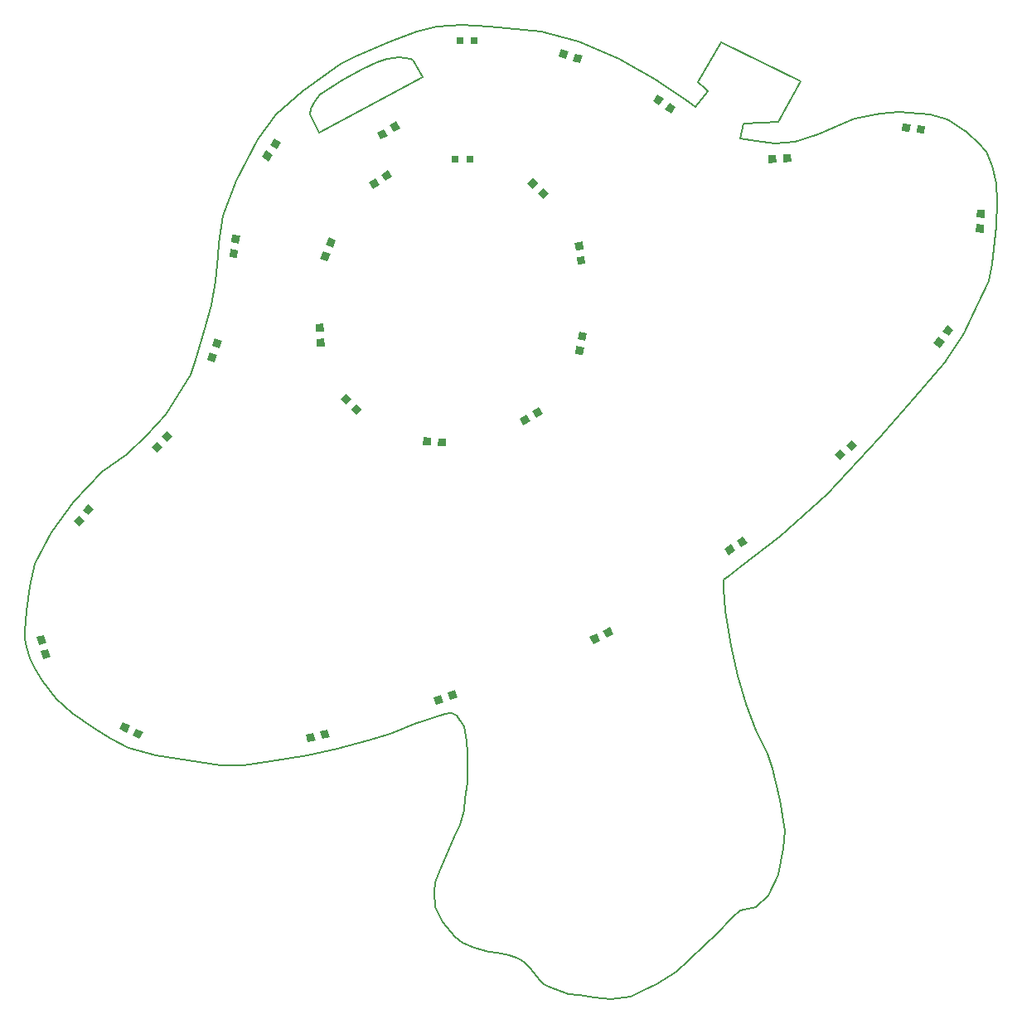
<source format=gtp>
G04 EAGLE Gerber RS-274X export*
G75*
%MOMM*%
%FSLAX34Y34*%
%LPD*%
%INSolder paste top*%
%IPPOS*%
%AMOC8*
5,1,8,0,0,1.08239X$1,22.5*%
G01*
%ADD10C,0.152400*%
%ADD11R,0.800000X0.800000*%
%ADD12R,0.800000X0.800000*%


D10*
X201930Y241300D02*
X135890Y251460D01*
X107950Y259080D01*
X90170Y267970D01*
X72390Y279400D01*
X50800Y294640D01*
X34290Y308610D01*
X20320Y327660D01*
X12700Y340360D01*
X7620Y350520D01*
X3810Y361950D01*
X2540Y369570D01*
X2540Y378460D01*
X3810Y398780D01*
X7620Y424180D01*
X12700Y447040D01*
X29210Y478790D01*
X52070Y510540D01*
X81280Y541020D01*
X106680Y558800D01*
X127000Y577850D01*
X146050Y599440D01*
X171450Y640080D01*
X176530Y655320D01*
X186690Y689610D01*
X193040Y711200D01*
X196850Y735330D01*
X199390Y760730D01*
X200660Y774700D01*
X204470Y802640D01*
X218440Y838200D01*
X240030Y880110D01*
X259080Y905510D01*
X285750Y929640D01*
X325120Y957580D01*
X340360Y965200D01*
X375920Y980440D01*
X402590Y990600D01*
X422910Y995680D01*
X448310Y996950D01*
X476250Y995680D01*
X529590Y990600D01*
X567690Y980440D01*
X609600Y962660D01*
X646430Y941070D01*
X680720Y918210D01*
X732790Y881380D02*
X749300Y878840D01*
X768350Y876300D01*
X788670Y877570D01*
X812800Y885190D01*
X838200Y896620D01*
X849630Y901700D01*
X876300Y906780D01*
X895350Y908050D01*
X927100Y905510D01*
X944880Y900430D01*
X963930Y887730D01*
X976630Y876300D01*
X984250Y867410D01*
X990600Y853440D01*
X994410Y835660D01*
X995680Y816610D01*
X994410Y791210D01*
X990600Y753110D01*
X986790Y735330D01*
X975360Y711200D01*
X961390Y681990D01*
X942340Y652780D01*
X915670Y622300D01*
X875030Y575310D01*
X821690Y518160D01*
X773430Y474980D01*
X734060Y444500D01*
X721360Y434340D01*
X716280Y430530D01*
X716280Y421640D01*
X717550Y398780D01*
X723900Y363220D01*
X730250Y332740D01*
X739140Y303530D01*
X749300Y276860D01*
X760730Y252730D01*
X765810Y237490D01*
X769620Y223520D01*
X773430Y205740D01*
X778510Y173990D01*
X777240Y156210D01*
X772160Y129540D01*
X762000Y107950D01*
X749300Y96520D01*
X732790Y92710D01*
X725170Y86360D01*
X708660Y68580D01*
X697230Y58420D01*
X680720Y41910D01*
X668020Y30480D01*
X654050Y21590D01*
X647700Y17780D01*
X635000Y11430D01*
X621030Y5080D01*
X600710Y2540D01*
X584200Y3810D01*
X568960Y6350D01*
X557530Y7620D01*
X537210Y15240D01*
X532130Y17780D01*
X528320Y21590D01*
X521970Y29210D01*
X518160Y34290D01*
X513080Y39370D01*
X509270Y41910D01*
X504190Y44450D01*
X496570Y46990D01*
X485140Y49530D01*
X476250Y50800D01*
X461010Y54610D01*
X449580Y59690D01*
X441960Y66040D01*
X429260Y81280D01*
X421640Y96520D01*
X420370Y111760D01*
X421640Y121920D01*
X426720Y134620D01*
X441960Y170180D01*
X447040Y180340D01*
X450850Y195580D01*
X452120Y207010D01*
X454660Y223520D01*
X454660Y254000D01*
X453390Y265430D01*
X450850Y280670D01*
X447040Y287020D01*
X443230Y292100D01*
X438150Y294640D01*
X436880Y294640D01*
X431800Y293370D01*
X400050Y283210D01*
X375920Y273050D01*
X353060Y266700D01*
X321310Y257810D01*
X290830Y251460D01*
X254000Y245110D01*
X226060Y241300D01*
X201930Y241300D01*
X303530Y925830D02*
X327660Y941070D01*
X347980Y952500D01*
X361950Y958850D01*
X372110Y962660D01*
X384810Y963930D01*
X396240Y962660D01*
X398780Y961390D01*
X408686Y944118D01*
X303276Y886968D01*
X293370Y905510D01*
X294640Y911860D01*
X298450Y919480D01*
X303530Y925830D01*
X736600Y896620D02*
X772160Y897890D01*
X697230Y932180D02*
X689610Y938530D01*
X713740Y979170D01*
X795020Y939800D01*
X772160Y897890D01*
X687070Y913130D02*
X680720Y918210D01*
X687070Y913130D02*
X699770Y929640D01*
X697230Y932180D01*
X736600Y896620D02*
X732790Y881380D01*
D11*
X456554Y859546D03*
X441554Y859546D03*
D12*
G36*
X370646Y837542D02*
X366265Y844235D01*
X372958Y848616D01*
X377339Y841923D01*
X370646Y837542D01*
G37*
G36*
X358094Y829328D02*
X353713Y836021D01*
X360406Y840402D01*
X364787Y833709D01*
X358094Y829328D01*
G37*
G36*
X424085Y567041D02*
X424545Y575027D01*
X432531Y574567D01*
X432071Y566581D01*
X424085Y567041D01*
G37*
G36*
X409109Y567905D02*
X409569Y575891D01*
X417555Y575431D01*
X417095Y567445D01*
X409109Y567905D01*
G37*
G36*
X335404Y604537D02*
X340991Y610262D01*
X346716Y604675D01*
X341129Y598950D01*
X335404Y604537D01*
G37*
G36*
X324668Y615013D02*
X330255Y620738D01*
X335980Y615151D01*
X330393Y609426D01*
X324668Y615013D01*
G37*
G36*
X317054Y769464D02*
X309685Y772577D01*
X312798Y779946D01*
X320167Y776833D01*
X317054Y769464D01*
G37*
G36*
X311218Y755646D02*
X303849Y758759D01*
X306962Y766128D01*
X314331Y763015D01*
X311218Y755646D01*
G37*
G36*
X307618Y683976D02*
X299631Y683529D01*
X299184Y691516D01*
X307171Y691963D01*
X307618Y683976D01*
G37*
G36*
X308456Y669000D02*
X300469Y668553D01*
X300022Y676540D01*
X308009Y676987D01*
X308456Y669000D01*
G37*
G36*
X249083Y868872D02*
X255714Y864399D01*
X251241Y857768D01*
X244610Y862241D01*
X249083Y868872D01*
G37*
G36*
X257471Y881308D02*
X264102Y876835D01*
X259629Y870204D01*
X252998Y874677D01*
X257471Y881308D01*
G37*
G36*
X191334Y662774D02*
X198975Y660409D01*
X196610Y652768D01*
X188969Y655133D01*
X191334Y662774D01*
G37*
G36*
X195770Y677104D02*
X203411Y674739D01*
X201046Y667098D01*
X193405Y669463D01*
X195770Y677104D01*
G37*
G36*
X654905Y921674D02*
X650373Y915082D01*
X643781Y919614D01*
X648313Y926206D01*
X654905Y921674D01*
G37*
G36*
X667267Y913178D02*
X662735Y906586D01*
X656143Y911118D01*
X660675Y917710D01*
X667267Y913178D01*
G37*
G36*
X769740Y864280D02*
X770131Y856291D01*
X762142Y855900D01*
X761751Y863889D01*
X769740Y864280D01*
G37*
G36*
X784722Y865012D02*
X785113Y857023D01*
X777124Y856632D01*
X776733Y864621D01*
X784722Y865012D01*
G37*
G36*
X136975Y571631D02*
X142738Y566084D01*
X137191Y560321D01*
X131428Y565868D01*
X136975Y571631D01*
G37*
G36*
X147377Y582439D02*
X153140Y576892D01*
X147593Y571129D01*
X141830Y576676D01*
X147377Y582439D01*
G37*
G36*
X67747Y496431D02*
X61453Y501367D01*
X66389Y507661D01*
X72683Y502725D01*
X67747Y496431D01*
G37*
G36*
X58491Y484627D02*
X52197Y489563D01*
X57133Y495857D01*
X63427Y490921D01*
X58491Y484627D01*
G37*
G36*
X524438Y595712D02*
X520354Y602590D01*
X527232Y606674D01*
X531316Y599796D01*
X524438Y595712D01*
G37*
G36*
X511540Y588054D02*
X507456Y594932D01*
X514334Y599016D01*
X518418Y592138D01*
X511540Y588054D01*
G37*
G36*
X574815Y674571D02*
X566955Y676057D01*
X568441Y683917D01*
X576301Y682431D01*
X574815Y674571D01*
G37*
G36*
X572031Y659831D02*
X564171Y661317D01*
X565657Y669177D01*
X573517Y667691D01*
X572031Y659831D01*
G37*
G36*
X18278Y357494D02*
X25951Y359753D01*
X28210Y352080D01*
X20537Y349821D01*
X18278Y357494D01*
G37*
G36*
X14042Y371884D02*
X21715Y374143D01*
X23974Y366470D01*
X16301Y364211D01*
X14042Y371884D01*
G37*
G36*
X112364Y271412D02*
X115846Y278614D01*
X123048Y275132D01*
X119566Y267930D01*
X112364Y271412D01*
G37*
G36*
X98860Y277940D02*
X102342Y285142D01*
X109544Y281660D01*
X106062Y274458D01*
X98860Y277940D01*
G37*
G36*
X526033Y824828D02*
X531660Y830513D01*
X537345Y824886D01*
X531718Y819201D01*
X526033Y824828D01*
G37*
G36*
X515371Y835378D02*
X520998Y841063D01*
X526683Y835436D01*
X521056Y829751D01*
X515371Y835378D01*
G37*
G36*
X566043Y759961D02*
X573968Y761046D01*
X575053Y753121D01*
X567128Y752036D01*
X566043Y759961D01*
G37*
G36*
X564007Y774823D02*
X571932Y775908D01*
X573017Y767983D01*
X565092Y766898D01*
X564007Y774823D01*
G37*
G36*
X378807Y887540D02*
X374710Y894411D01*
X381581Y898508D01*
X385678Y891637D01*
X378807Y887540D01*
G37*
G36*
X365923Y879860D02*
X361826Y886731D01*
X368697Y890828D01*
X372794Y883957D01*
X365923Y879860D01*
G37*
D11*
X461516Y980756D03*
X446516Y980756D03*
D12*
G36*
X733628Y463854D02*
X729224Y470532D01*
X735902Y474936D01*
X740306Y468258D01*
X733628Y463854D01*
G37*
G36*
X721106Y455596D02*
X716702Y462274D01*
X723380Y466678D01*
X727784Y460000D01*
X721106Y455596D01*
G37*
G36*
X596265Y371441D02*
X592683Y378593D01*
X599835Y382175D01*
X603417Y375023D01*
X596265Y371441D01*
G37*
G36*
X582853Y364725D02*
X579271Y371877D01*
X586423Y375459D01*
X590005Y368307D01*
X582853Y364725D01*
G37*
G36*
X427628Y312855D02*
X430220Y305287D01*
X422652Y302695D01*
X420060Y310263D01*
X427628Y312855D01*
G37*
G36*
X441820Y317713D02*
X444412Y310145D01*
X436844Y307553D01*
X434252Y315121D01*
X441820Y317713D01*
G37*
G36*
X297190Y274092D02*
X299166Y266340D01*
X291414Y264364D01*
X289438Y272116D01*
X297190Y274092D01*
G37*
G36*
X311726Y277796D02*
X313702Y270044D01*
X305950Y268068D01*
X303974Y275820D01*
X311726Y277796D01*
G37*
G36*
X945930Y679289D02*
X939508Y684059D01*
X944278Y690481D01*
X950700Y685711D01*
X945930Y679289D01*
G37*
G36*
X936986Y667247D02*
X930564Y672017D01*
X935334Y678439D01*
X941756Y673669D01*
X936986Y667247D01*
G37*
G36*
X846032Y561991D02*
X841052Y568251D01*
X847312Y573231D01*
X852292Y566971D01*
X846032Y561991D01*
G37*
G36*
X834292Y552653D02*
X829312Y558913D01*
X835572Y563893D01*
X840552Y557633D01*
X834292Y552653D01*
G37*
G36*
X907046Y895482D02*
X906112Y887538D01*
X898168Y888472D01*
X899102Y896416D01*
X907046Y895482D01*
G37*
G36*
X921944Y893732D02*
X921010Y885788D01*
X913066Y886722D01*
X914000Y894666D01*
X921944Y893732D01*
G37*
G36*
X982605Y799964D02*
X974623Y800494D01*
X975153Y808476D01*
X983135Y807946D01*
X982605Y799964D01*
G37*
G36*
X981611Y784996D02*
X973629Y785526D01*
X974159Y793508D01*
X982141Y792978D01*
X981611Y784996D01*
G37*
G36*
X221035Y773932D02*
X213112Y775031D01*
X214211Y782954D01*
X222134Y781855D01*
X221035Y773932D01*
G37*
G36*
X218973Y759074D02*
X211050Y760173D01*
X212149Y768096D01*
X220072Y766997D01*
X218973Y759074D01*
G37*
G36*
X557846Y969932D02*
X555481Y962291D01*
X547840Y964656D01*
X550205Y972297D01*
X557846Y969932D01*
G37*
G36*
X572176Y965496D02*
X569811Y957855D01*
X562170Y960220D01*
X564535Y967861D01*
X572176Y965496D01*
G37*
M02*

</source>
